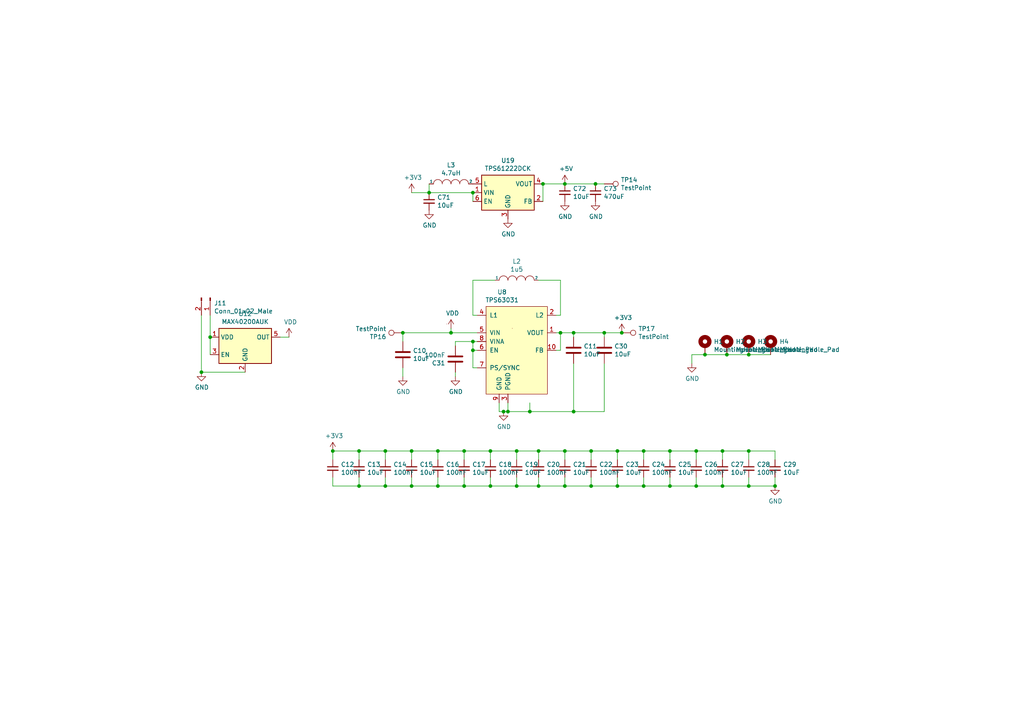
<source format=kicad_sch>
(kicad_sch (version 20211123) (generator eeschema)
  (paper "A4")
  (lib_symbols
    (symbol "Analog_Switch:MAX40200AUK"
      (property "Reference" "U" (at -6.35 6.35 0))
      (property "Value" "MAX40200AUK" (at 7.62 6.35 0))
      (symbol "MAX40200AUK_1_1"
        (rectangle (start -7.62 -5.08) (end 7.62 5.08) (stroke (width 0.254)) (fill (type background)))
        (pin power_in line (at -10.16 2.54 0) (length 2.54) (name "VDD") (number "1"))
        (pin power_in line (at 0 -7.62 90) (length 2.54) (name "GND") (number "2"))
        (pin input line (at -10.16 -2.54 0) (length 2.54) (name "EN") (number "3"))
        (pin no_connect line (at 7.62 -2.54 180) (length 2.54) hide (name "NC") (number "4"))
        (pin passive line (at 10.16 2.54 180) (length 2.54) (name "OUT") (number "5"))
      )
    )
    (symbol "Connector:Conn_01x02_Male" (pin_names (offset 1.016) hide)
      (property "Reference" "J" (at 0 2.54 0))
      (property "Value" "Conn_01x02_Male" (at 0 -5.08 0))
      (symbol "Conn_01x02_Male_1_1"
        (polyline (pts (xy 1.27 -2.54) (xy 0.8636 -2.54)) (stroke (width 0.1524)))
        (polyline (pts (xy 1.27 0) (xy 0.8636 0)) (stroke (width 0.1524)))
        (rectangle (start 0.8636 -2.413) (end 0 -2.667) (stroke (width 0.1524)) (fill (type outline)))
        (rectangle (start 0.8636 0.127) (end 0 -0.127) (stroke (width 0.1524)) (fill (type outline)))
        (pin passive line (at 5.08 0 180) (length 3.81) (name "Pin_1") (number "1"))
        (pin passive line (at 5.08 -2.54 180) (length 3.81) (name "Pin_2") (number "2"))
      )
    )
    (symbol "Connector:TestPoint" (pin_numbers hide) (pin_names (offset 0.762) hide)
      (property "Reference" "TP" (at 0 6.858 0))
      (property "Value" "TestPoint" (at 0 5.08 0))
      (symbol "TestPoint_0_1"
        (circle (center 0 3.302) (radius 0.762))
      )
      (symbol "TestPoint_1_1"
        (pin passive line (at 0 0 90) (length 2.54) (name "1") (number "1"))
      )
    )
    (symbol "Device:C" (pin_numbers hide) (pin_names (offset 0.254))
      (property "Reference" "C" (at 0.635 2.54 0))
      (property "Value" "C" (at 0.635 -2.54 0))
      (symbol "C_0_1"
        (polyline (pts (xy -2.032 -0.762) (xy 2.032 -0.762)) (stroke (width 0.508)))
        (polyline (pts (xy -2.032 0.762) (xy 2.032 0.762)) (stroke (width 0.508)))
      )
      (symbol "C_1_1"
        (pin passive line (at 0 3.81 270) (length 2.794) (name "~") (number "1"))
        (pin passive line (at 0 -3.81 90) (length 2.794) (name "~") (number "2"))
      )
    )
    (symbol "Device:C_Small" (pin_numbers hide) (pin_names (offset 0.254) hide)
      (property "Reference" "C" (at 0.254 1.778 0))
      (property "Value" "C_Small" (at 0.254 -2.032 0))
      (symbol "C_Small_0_1"
        (polyline (pts (xy -1.524 -0.508) (xy 1.524 -0.508)) (stroke (width 0.3302)))
        (polyline (pts (xy -1.524 0.508) (xy 1.524 0.508)) (stroke (width 0.3048)))
      )
      (symbol "C_Small_1_1"
        (pin passive line (at 0 2.54 270) (length 2.032) (name "~") (number "1"))
        (pin passive line (at 0 -2.54 90) (length 2.032) (name "~") (number "2"))
      )
    )
    (symbol "Mainboard-rescue:+3.3V-Mainboard-cache" (power) (pin_names (offset 0))
      (property "Value" "+3.3V-Mainboard-cache" (at 0 3.556 0))
      (symbol "+3.3V-Mainboard-cache_0_1"
        (polyline (pts (xy -0.762 1.27) (xy 0 2.54)))
        (polyline (pts (xy 0 0) (xy 0 2.54)))
        (polyline (pts (xy 0 2.54) (xy 0.762 1.27)))
      )
      (symbol "+3.3V-Mainboard-cache_1_1"
        (pin power_in line (at 0 0 90) (length 0) hide (name "+3V3") (number "1"))
      )
    )
    (symbol "Mainboard-rescue:TPS63031-iclr" (pin_names (offset 1.016))
      (property "Reference" "U" (at 0 15.24 0))
      (property "Value" "TPS63031-iclr" (at 0 15.24 0))
      (symbol "TPS63031-iclr_0_1"
        (rectangle (start -20.32 7.62) (end -20.32 7.62))
        (rectangle (start -8.89 12.7) (end 8.89 -12.7) (fill (type background)))
        (rectangle (start -1.27 6.35) (end -1.27 6.35))
      )
      (symbol "TPS63031-iclr_1_1"
        (pin output line (at 11.43 5.08 180) (length 2.54) (name "VOUT") (number "1"))
        (pin output line (at 11.43 0 180) (length 2.54) (name "FB") (number "10"))
        (pin unspecified line (at 11.43 10.16 180) (length 2.54) (name "L2") (number "2"))
        (pin output line (at -2.54 -15.24 90) (length 2.54) (name "PGND") (number "3"))
        (pin unspecified line (at -11.43 10.16 0) (length 2.54) (name "L1") (number "4"))
        (pin input line (at -11.43 5.08 0) (length 2.54) (name "VIN") (number "5"))
        (pin input line (at -11.43 0 0) (length 2.54) (name "EN") (number "6"))
        (pin input line (at -11.43 -5.08 0) (length 2.54) (name "PS/SYNC") (number "7"))
        (pin input line (at -11.43 2.54 0) (length 2.54) (name "VINA") (number "8"))
        (pin output line (at -5.08 -15.24 90) (length 2.54) (name "GND") (number "9"))
      )
    )
    (symbol "Mechanical:MountingHole_Pad" (pin_numbers hide) (pin_names (offset 1.016) hide)
      (property "Reference" "H" (at 0 6.35 0))
      (property "Value" "MountingHole_Pad" (at 0 4.445 0))
      (symbol "MountingHole_Pad_0_1"
        (circle (center 0 1.27) (radius 1.27) (stroke (width 1.27)))
      )
      (symbol "MountingHole_Pad_1_1"
        (pin input line (at 0 -2.54 90) (length 2.54) (name "1") (number "1"))
      )
    )
    (symbol "Regulator_Switching:TPS61222DCK"
      (property "Reference" "U" (at -7.62 6.35 0))
      (property "Value" "TPS61222DCK" (at 2.54 6.35 0))
      (symbol "TPS61222DCK_0_1"
        (rectangle (start -7.62 5.08) (end 7.62 -5.08) (stroke (width 0.254)) (fill (type background)))
      )
      (symbol "TPS61222DCK_1_1"
        (pin power_in line (at -10.16 0 0) (length 2.54) (name "VIN") (number "1"))
        (pin input line (at 10.16 -2.54 180) (length 2.54) (name "FB") (number "2"))
        (pin power_in line (at 0 -7.62 90) (length 2.54) (name "GND") (number "3"))
        (pin power_out line (at 10.16 2.54 180) (length 2.54) (name "VOUT") (number "4"))
        (pin power_in line (at -10.16 2.54 0) (length 2.54) (name "L") (number "5"))
        (pin input line (at -10.16 -2.54 0) (length 2.54) (name "EN") (number "6"))
      )
    )
    (symbol "analogue-cache:+3.3V" (power) (pin_names (offset 0))
      (property "Value" "+3.3V" (at 0 3.556 0))
      (symbol "+3.3V_0_1"
        (polyline (pts (xy -0.762 1.27) (xy 0 2.54)))
        (polyline (pts (xy 0 0) (xy 0 2.54)))
        (polyline (pts (xy 0 2.54) (xy 0.762 1.27)))
      )
      (symbol "+3.3V_1_1"
        (pin power_in line (at 0 0 90) (length 0) hide (name "+3V3") (number "1"))
      )
    )
    (symbol "power:+3V3" (power) (pin_names (offset 0))
      (property "Value" "+3V3" (at 0 3.556 0))
      (symbol "+3V3_0_1"
        (polyline (pts (xy -0.762 1.27) (xy 0 2.54)))
        (polyline (pts (xy 0 0) (xy 0 2.54)))
        (polyline (pts (xy 0 2.54) (xy 0.762 1.27)))
      )
      (symbol "+3V3_1_1"
        (pin power_in line (at 0 0 90) (length 0) hide (name "+3V3") (number "1"))
      )
    )
    (symbol "power:+5V" (power) (pin_names (offset 0))
      (property "Value" "+5V" (at 0 3.556 0))
      (symbol "+5V_0_1"
        (polyline (pts (xy -0.762 1.27) (xy 0 2.54)))
        (polyline (pts (xy 0 0) (xy 0 2.54)))
        (polyline (pts (xy 0 2.54) (xy 0.762 1.27)))
      )
      (symbol "+5V_1_1"
        (pin power_in line (at 0 0 90) (length 0) hide (name "+5V") (number "1"))
      )
    )
    (symbol "power:GND" (power) (pin_names (offset 0))
      (property "Value" "GND" (at 0 -3.81 0))
      (symbol "GND_0_1"
        (polyline (pts (xy 0 0) (xy 0 -1.27) (xy 1.27 -1.27) (xy 0 -2.54) (xy -1.27 -1.27) (xy 0 -1.27)))
      )
      (symbol "GND_1_1"
        (pin power_in line (at 0 0 270) (length 0) hide (name "GND") (number "1"))
      )
    )
    (symbol "power:VDD" (power) (pin_names (offset 0))
      (property "Value" "VDD" (at 0 3.81 0))
      (symbol "VDD_0_1"
        (polyline (pts (xy -0.762 1.27) (xy 0 2.54)))
        (polyline (pts (xy 0 0) (xy 0 2.54)))
        (polyline (pts (xy 0 2.54) (xy 0.762 1.27)))
      )
      (symbol "VDD_1_1"
        (pin power_in line (at 0 0 90) (length 0) hide (name "VDD") (number "1"))
      )
    )
    (symbol "pspice:INDUCTOR" (pin_numbers hide) (pin_names (offset 0))
      (property "Reference" "L" (at 0 2.54 0))
      (property "Value" "INDUCTOR" (at 0 -1.27 0))
      (symbol "INDUCTOR_0_1"
        (arc (start -2.54 0) (mid -3.81 1.27) (end -5.08 0))
        (arc (start 0 0) (mid -1.27 1.27) (end -2.54 0))
        (arc (start 2.54 0) (mid 1.27 1.27) (end 0 0))
        (arc (start 5.08 0) (mid 3.81 1.27) (end 2.54 0))
      )
      (symbol "INDUCTOR_1_1"
        (pin input line (at -6.35 0 0) (length 1.27) (name "1") (number "1"))
        (pin input line (at 6.35 0 180) (length 1.27) (name "2") (number "2"))
      )
    )
  )
  (junction (at 134.62 140.97))
  (junction (at 210.82 102.87))
  (junction (at 58.42 107.95))
  (junction (at 163.83 130.81))
  (junction (at 137.16 55.88))
  (junction (at 116.84 96.52))
  (junction (at 60.96 97.79))
  (junction (at 96.52 130.81))
  (junction (at 179.07 140.97))
  (junction (at 171.45 140.97))
  (junction (at 153.67 119.38))
  (junction (at 217.17 140.97))
  (junction (at 111.76 140.97))
  (junction (at 180.34 96.52))
  (junction (at 163.83 53.34))
  (junction (at 119.38 140.97))
  (junction (at 119.38 130.81))
  (junction (at 201.93 140.97))
  (junction (at 111.76 130.81))
  (junction (at 163.83 140.97))
  (junction (at 104.14 130.81))
  (junction (at 104.14 140.97))
  (junction (at 124.46 55.88))
  (junction (at 194.31 140.97))
  (junction (at 149.86 140.97))
  (junction (at 186.69 130.81))
  (junction (at 157.48 53.34))
  (junction (at 194.31 130.81))
  (junction (at 224.79 140.97))
  (junction (at 142.24 140.97))
  (junction (at 204.47 102.87))
  (junction (at 149.86 130.81))
  (junction (at 186.69 140.97))
  (junction (at 166.37 96.52))
  (junction (at 142.24 130.81))
  (junction (at 146.05 119.38))
  (junction (at 137.16 101.6))
  (junction (at 156.21 130.81))
  (junction (at 127 140.97))
  (junction (at 171.45 130.81))
  (junction (at 156.21 140.97))
  (junction (at 134.62 130.81))
  (junction (at 166.37 119.38))
  (junction (at 217.17 130.81))
  (junction (at 217.17 102.87))
  (junction (at 172.72 53.34))
  (junction (at 162.56 96.52))
  (junction (at 175.26 96.52))
  (junction (at 137.16 99.06))
  (junction (at 130.81 96.52))
  (junction (at 201.93 130.81))
  (junction (at 147.32 119.38))
  (junction (at 127 130.81))
  (junction (at 179.07 130.81))
  (junction (at 209.55 140.97))
  (junction (at 209.55 130.81))
  (wire (pts (xy 111.76 140.97) (xy 119.38 140.97)))
  (wire (pts (xy 132.08 109.22) (xy 132.08 107.95)))
  (wire (pts (xy 162.56 96.52) (xy 166.37 96.52)))
  (wire (pts (xy 138.43 99.06) (xy 137.16 99.06)))
  (wire (pts (xy 119.38 130.81) (xy 127 130.81)))
  (wire (pts (xy 144.78 119.38) (xy 146.05 119.38)))
  (wire (pts (xy 210.82 102.87) (xy 217.17 102.87)))
  (wire (pts (xy 175.26 97.79) (xy 175.26 96.52)))
  (wire (pts (xy 157.48 53.34) (xy 157.48 58.42)))
  (wire (pts (xy 171.45 130.81) (xy 179.07 130.81)))
  (wire (pts (xy 104.14 130.81) (xy 104.14 133.35)))
  (wire (pts (xy 96.52 130.81) (xy 104.14 130.81)))
  (wire (pts (xy 166.37 119.38) (xy 175.26 119.38)))
  (wire (pts (xy 209.55 140.97) (xy 217.17 140.97)))
  (wire (pts (xy 200.66 102.87) (xy 200.66 105.41)))
  (wire (pts (xy 194.31 140.97) (xy 194.31 138.43)))
  (wire (pts (xy 161.29 101.6) (xy 162.56 101.6)))
  (wire (pts (xy 186.69 140.97) (xy 194.31 140.97)))
  (wire (pts (xy 124.46 53.34) (xy 124.46 55.88)))
  (wire (pts (xy 179.07 130.81) (xy 186.69 130.81)))
  (wire (pts (xy 153.67 116.84) (xy 153.67 119.38)))
  (wire (pts (xy 166.37 96.52) (xy 175.26 96.52)))
  (wire (pts (xy 163.83 130.81) (xy 163.83 133.35)))
  (wire (pts (xy 111.76 138.43) (xy 111.76 140.97)))
  (wire (pts (xy 132.08 100.33) (xy 132.08 99.06)))
  (wire (pts (xy 171.45 140.97) (xy 179.07 140.97)))
  (wire (pts (xy 119.38 130.81) (xy 119.38 133.35)))
  (wire (pts (xy 166.37 105.41) (xy 166.37 119.38)))
  (wire (pts (xy 137.16 101.6) (xy 138.43 101.6)))
  (wire (pts (xy 224.79 130.81) (xy 224.79 133.35)))
  (wire (pts (xy 153.67 119.38) (xy 166.37 119.38)))
  (wire (pts (xy 194.31 130.81) (xy 194.31 133.35)))
  (wire (pts (xy 179.07 140.97) (xy 186.69 140.97)))
  (wire (pts (xy 217.17 138.43) (xy 217.17 140.97)))
  (wire (pts (xy 119.38 140.97) (xy 119.38 138.43)))
  (wire (pts (xy 134.62 140.97) (xy 134.62 138.43)))
  (wire (pts (xy 132.08 99.06) (xy 137.16 99.06)))
  (wire (pts (xy 161.29 96.52) (xy 162.56 96.52)))
  (wire (pts (xy 163.83 140.97) (xy 171.45 140.97)))
  (wire (pts (xy 149.86 140.97) (xy 149.86 138.43)))
  (wire (pts (xy 156.21 130.81) (xy 163.83 130.81)))
  (wire (pts (xy 163.83 130.81) (xy 171.45 130.81)))
  (wire (pts (xy 58.42 91.44) (xy 58.42 107.95)))
  (wire (pts (xy 127 133.35) (xy 127 130.81)))
  (wire (pts (xy 217.17 102.87) (xy 223.52 102.87)))
  (wire (pts (xy 142.24 133.35) (xy 142.24 130.81)))
  (wire (pts (xy 179.07 130.81) (xy 179.07 133.35)))
  (wire (pts (xy 116.84 96.52) (xy 130.81 96.52)))
  (wire (pts (xy 163.83 140.97) (xy 163.83 138.43)))
  (wire (pts (xy 201.93 138.43) (xy 201.93 140.97)))
  (wire (pts (xy 137.16 81.28) (xy 137.16 91.44)))
  (wire (pts (xy 127 140.97) (xy 134.62 140.97)))
  (wire (pts (xy 156.21 138.43) (xy 156.21 140.97)))
  (wire (pts (xy 217.17 140.97) (xy 224.79 140.97)))
  (wire (pts (xy 194.31 140.97) (xy 201.93 140.97)))
  (wire (pts (xy 209.55 130.81) (xy 217.17 130.81)))
  (wire (pts (xy 149.86 130.81) (xy 156.21 130.81)))
  (wire (pts (xy 127 130.81) (xy 134.62 130.81)))
  (wire (pts (xy 60.96 97.79) (xy 60.96 102.87)))
  (wire (pts (xy 175.26 119.38) (xy 175.26 105.41)))
  (wire (pts (xy 60.96 91.44) (xy 60.96 97.79)))
  (wire (pts (xy 142.24 138.43) (xy 142.24 140.97)))
  (wire (pts (xy 58.42 107.95) (xy 71.12 107.95)))
  (wire (pts (xy 127 138.43) (xy 127 140.97)))
  (wire (pts (xy 217.17 133.35) (xy 217.17 130.81)))
  (wire (pts (xy 162.56 81.28) (xy 156.21 81.28)))
  (wire (pts (xy 124.46 55.88) (xy 119.38 55.88)))
  (wire (pts (xy 137.16 101.6) (xy 137.16 106.68)))
  (wire (pts (xy 201.93 133.35) (xy 201.93 130.81)))
  (wire (pts (xy 162.56 91.44) (xy 162.56 81.28)))
  (wire (pts (xy 201.93 130.81) (xy 209.55 130.81)))
  (wire (pts (xy 130.81 95.25) (xy 130.81 96.52)))
  (wire (pts (xy 96.52 140.97) (xy 104.14 140.97)))
  (wire (pts (xy 104.14 140.97) (xy 111.76 140.97)))
  (wire (pts (xy 137.16 58.42) (xy 137.16 55.88)))
  (wire (pts (xy 201.93 140.97) (xy 209.55 140.97)))
  (wire (pts (xy 83.82 97.79) (xy 81.28 97.79)))
  (wire (pts (xy 149.86 140.97) (xy 156.21 140.97)))
  (wire (pts (xy 204.47 102.87) (xy 210.82 102.87)))
  (wire (pts (xy 116.84 106.68) (xy 116.84 109.22)))
  (wire (pts (xy 134.62 140.97) (xy 142.24 140.97)))
  (wire (pts (xy 171.45 133.35) (xy 171.45 130.81)))
  (wire (pts (xy 147.32 119.38) (xy 147.32 116.84)))
  (wire (pts (xy 175.26 53.34) (xy 172.72 53.34)))
  (wire (pts (xy 137.16 106.68) (xy 138.43 106.68)))
  (wire (pts (xy 104.14 130.81) (xy 111.76 130.81)))
  (wire (pts (xy 116.84 99.06) (xy 116.84 96.52)))
  (wire (pts (xy 134.62 130.81) (xy 142.24 130.81)))
  (wire (pts (xy 147.32 119.38) (xy 153.67 119.38)))
  (wire (pts (xy 96.52 133.35) (xy 96.52 130.81)))
  (wire (pts (xy 209.55 138.43) (xy 209.55 140.97)))
  (wire (pts (xy 156.21 140.97) (xy 163.83 140.97)))
  (wire (pts (xy 144.78 116.84) (xy 144.78 119.38)))
  (wire (pts (xy 186.69 133.35) (xy 186.69 130.81)))
  (wire (pts (xy 143.51 81.28) (xy 137.16 81.28)))
  (wire (pts (xy 104.14 140.97) (xy 104.14 138.43)))
  (wire (pts (xy 137.16 91.44) (xy 138.43 91.44)))
  (wire (pts (xy 142.24 140.97) (xy 149.86 140.97)))
  (wire (pts (xy 137.16 55.88) (xy 124.46 55.88)))
  (wire (pts (xy 96.52 138.43) (xy 96.52 140.97)))
  (wire (pts (xy 146.05 119.38) (xy 147.32 119.38)))
  (wire (pts (xy 156.21 133.35) (xy 156.21 130.81)))
  (wire (pts (xy 130.81 96.52) (xy 138.43 96.52)))
  (wire (pts (xy 224.79 140.97) (xy 224.79 138.43)))
  (wire (pts (xy 111.76 130.81) (xy 119.38 130.81)))
  (wire (pts (xy 194.31 130.81) (xy 201.93 130.81)))
  (wire (pts (xy 171.45 138.43) (xy 171.45 140.97)))
  (wire (pts (xy 186.69 130.81) (xy 194.31 130.81)))
  (wire (pts (xy 137.16 99.06) (xy 137.16 101.6)))
  (wire (pts (xy 157.48 53.34) (xy 163.83 53.34)))
  (wire (pts (xy 186.69 138.43) (xy 186.69 140.97)))
  (wire (pts (xy 134.62 130.81) (xy 134.62 133.35)))
  (wire (pts (xy 179.07 140.97) (xy 179.07 138.43)))
  (wire (pts (xy 119.38 140.97) (xy 127 140.97)))
  (wire (pts (xy 204.47 102.87) (xy 200.66 102.87)))
  (wire (pts (xy 142.24 130.81) (xy 149.86 130.81)))
  (wire (pts (xy 209.55 133.35) (xy 209.55 130.81)))
  (wire (pts (xy 111.76 133.35) (xy 111.76 130.81)))
  (wire (pts (xy 161.29 91.44) (xy 162.56 91.44)))
  (wire (pts (xy 175.26 96.52) (xy 180.34 96.52)))
  (wire (pts (xy 162.56 101.6) (xy 162.56 96.52)))
  (wire (pts (xy 217.17 130.81) (xy 224.79 130.81)))
  (wire (pts (xy 149.86 130.81) (xy 149.86 133.35)))
  (wire (pts (xy 166.37 96.52) (xy 166.37 97.79)))
  (wire (pts (xy 163.83 53.34) (xy 172.72 53.34)))
  (symbol (lib_id "pspice:INDUCTOR") (at 149.86 81.28 0) (unit 1)
    (property "Reference" "L2" (at 149.86 75.819 0))
    (property "Value" "1u5" (at 149.86 78.1304 0))
    (property "Footprint" "Inductor_SMD:L_Taiyo-Yuden_NR-30xx" (effects hide))
  )
  (symbol (lib_id "power:+3V3") (at 180.34 96.52 0) (unit 1)
    (property "Reference" "#PWR052" (effects hide))
    (property "Value" "+3V3" (at 180.721 92.1258 0))
  )
  (symbol (lib_id "Device:C") (at 166.37 101.6 0) (unit 1)
    (property "Reference" "C11" (at 169.291 100.4316 0) (effects (justify left)))
    (property "Value" "10uF" (at 169.291 102.743 0) (effects (justify left)))
    (property "Footprint" "Capacitor_SMD:C_0603_1608Metric" (effects hide))
  )
  (symbol (lib_id "power:GND") (at 146.05 119.38 0) (unit 1)
    (property "Reference" "#PWR051" (effects hide))
    (property "Value" "GND" (at 146.177 123.7742 0))
  )
  (symbol (lib_id "power:GND") (at 116.84 109.22 0) (unit 1)
    (property "Reference" "#PWR050" (effects hide))
    (property "Value" "GND" (at 116.967 113.6142 0))
  )
  (symbol (lib_id "power:VDD") (at 130.81 95.25 0) (unit 1)
    (property "Reference" "#PWR049" (effects hide))
    (property "Value" "VDD" (at 131.2418 90.8558 0))
  )
  (symbol (lib_id "Device:C") (at 116.84 102.87 0) (unit 1)
    (property "Reference" "C10" (at 119.761 101.7016 0) (effects (justify left)))
    (property "Value" "10uF" (at 119.761 104.013 0) (effects (justify left)))
    (property "Footprint" "Capacitor_SMD:C_0603_1608Metric" (effects hide))
  )
  (symbol (lib_id "Mainboard-rescue:TPS63031-iclr") (at 149.86 101.6 0) (unit 1)
    (property "Reference" "U8" (at 145.6182 84.709 0))
    (property "Value" "TPS63031" (at 145.6182 87.0204 0))
    (property "Footprint" "iclr-hw:VSON-10-1EP_2.5x2.5mm_Pitch0.5mm_ThermalPad" (effects hide))
  )
  (symbol (lib_id "Connector:Conn_01x02_Male") (at 60.96 86.36 270) (unit 1)
    (property "Reference" "J11" (at 62.0776 87.9348 90) (effects (justify left)))
    (property "Value" "Conn_01x02_Male" (at 62.0776 90.2462 90) (effects (justify left)))
    (property "Footprint" "Connector_JST:JST_PH_S2B-PH-K_1x02_P2.00mm_Horizontal" (effects hide))
  )
  (symbol (lib_id "power:GND") (at 58.42 107.95 0) (unit 1)
    (property "Reference" "#PWR059" (effects hide))
    (property "Value" "GND" (at 58.547 112.3442 0))
  )
  (symbol (lib_id "Device:C_Small") (at 104.14 135.89 0)
    (property "Reference" "C13" (at 106.4768 134.7216 0) (effects (justify left)))
    (property "Value" "10uF" (at 106.4768 137.033 0) (effects (justify left)))
    (property "Footprint" "Capacitor_SMD:C_0603_1608Metric" (effects hide))
  )
  (symbol (lib_id "Device:C_Small") (at 96.52 135.89 0)
    (property "Reference" "C12" (at 98.8568 134.7216 0) (effects (justify left)))
    (property "Value" "100nF" (at 98.8568 137.033 0) (effects (justify left)))
    (property "Footprint" "Capacitor_SMD:C_0603_1608Metric" (effects hide))
  )
  (symbol (lib_id "Device:C_Small") (at 119.38 135.89 0)
    (property "Reference" "C15" (at 121.7168 134.7216 0) (effects (justify left)))
    (property "Value" "10uF" (at 121.7168 137.033 0) (effects (justify left)))
    (property "Footprint" "Capacitor_SMD:C_0603_1608Metric" (effects hide))
  )
  (symbol (lib_id "Device:C_Small") (at 111.76 135.89 0)
    (property "Reference" "C14" (at 114.0968 134.7216 0) (effects (justify left)))
    (property "Value" "100nF" (at 114.0968 137.033 0) (effects (justify left)))
    (property "Footprint" "Capacitor_SMD:C_0603_1608Metric" (effects hide))
  )
  (symbol (lib_id "Device:C_Small") (at 134.62 135.89 0)
    (property "Reference" "C17" (at 136.9568 134.7216 0) (effects (justify left)))
    (property "Value" "10uF" (at 136.9568 137.033 0) (effects (justify left)))
    (property "Footprint" "Capacitor_SMD:C_0603_1608Metric" (effects hide))
  )
  (symbol (lib_id "Device:C_Small") (at 127 135.89 0)
    (property "Reference" "C16" (at 129.3368 134.7216 0) (effects (justify left)))
    (property "Value" "100nF" (at 129.3368 137.033 0) (effects (justify left)))
    (property "Footprint" "Capacitor_SMD:C_0603_1608Metric" (effects hide))
  )
  (symbol (lib_id "Device:C_Small") (at 149.86 135.89 0)
    (property "Reference" "C19" (at 152.1968 134.7216 0) (effects (justify left)))
    (property "Value" "10uF" (at 152.1968 137.033 0) (effects (justify left)))
    (property "Footprint" "Capacitor_SMD:C_0603_1608Metric" (effects hide))
  )
  (symbol (lib_id "Device:C_Small") (at 142.24 135.89 0)
    (property "Reference" "C18" (at 144.5768 134.7216 0) (effects (justify left)))
    (property "Value" "100nF" (at 144.5768 137.033 0) (effects (justify left)))
    (property "Footprint" "Capacitor_SMD:C_0603_1608Metric" (effects hide))
  )
  (symbol (lib_id "Device:C_Small") (at 163.83 135.89 0)
    (property "Reference" "C21" (at 166.1668 134.7216 0) (effects (justify left)))
    (property "Value" "10uF" (at 166.1668 137.033 0) (effects (justify left)))
    (property "Footprint" "Capacitor_SMD:C_0603_1608Metric" (effects hide))
  )
  (symbol (lib_id "Device:C_Small") (at 156.21 135.89 0)
    (property "Reference" "C20" (at 158.5468 134.7216 0) (effects (justify left)))
    (property "Value" "100nF" (at 158.5468 137.033 0) (effects (justify left)))
    (property "Footprint" "Capacitor_SMD:C_0603_1608Metric" (effects hide))
  )
  (symbol (lib_id "Device:C_Small") (at 179.07 135.89 0)
    (property "Reference" "C23" (at 181.4068 134.7216 0) (effects (justify left)))
    (property "Value" "10uF" (at 181.4068 137.033 0) (effects (justify left)))
    (property "Footprint" "Capacitor_SMD:C_0603_1608Metric" (effects hide))
  )
  (symbol (lib_id "Device:C_Small") (at 171.45 135.89 0)
    (property "Reference" "C22" (at 173.7868 134.7216 0) (effects (justify left)))
    (property "Value" "100nF" (at 173.7868 137.033 0) (effects (justify left)))
    (property "Footprint" "Capacitor_SMD:C_0603_1608Metric" (effects hide))
  )
  (symbol (lib_id "Device:C_Small") (at 194.31 135.89 0)
    (property "Reference" "C25" (at 196.6468 134.7216 0) (effects (justify left)))
    (property "Value" "10uF" (at 196.6468 137.033 0) (effects (justify left)))
    (property "Footprint" "Capacitor_SMD:C_0603_1608Metric" (effects hide))
  )
  (symbol (lib_id "Device:C_Small") (at 186.69 135.89 0)
    (property "Reference" "C24" (at 189.0268 134.7216 0) (effects (justify left)))
    (property "Value" "100nF" (at 189.0268 137.033 0) (effects (justify left)))
    (property "Footprint" "Capacitor_SMD:C_0603_1608Metric" (effects hide))
  )
  (symbol (lib_id "Device:C_Small") (at 209.55 135.89 0)
    (property "Reference" "C27" (at 211.8868 134.7216 0) (effects (justify left)))
    (property "Value" "10uF" (at 211.8868 137.033 0) (effects (justify left)))
    (property "Footprint" "Capacitor_SMD:C_0603_1608Metric" (effects hide))
  )
  (symbol (lib_id "Device:C_Small") (at 201.93 135.89 0)
    (property "Reference" "C26" (at 204.2668 134.7216 0) (effects (justify left)))
    (property "Value" "100nF" (at 204.2668 137.033 0) (effects (justify left)))
    (property "Footprint" "Capacitor_SMD:C_0603_1608Metric" (effects hide))
  )
  (symbol (lib_id "Device:C_Small") (at 224.79 135.89 0)
    (property "Reference" "C29" (at 227.1268 134.7216 0) (effects (justify left)))
    (property "Value" "10uF" (at 227.1268 137.033 0) (effects (justify left)))
    (property "Footprint" "Capacitor_SMD:C_0603_1608Metric" (effects hide))
  )
  (symbol (lib_id "Device:C_Small") (at 217.17 135.89 0)
    (property "Reference" "C28" (at 219.5068 134.7216 0) (effects (justify left)))
    (property "Value" "100nF" (at 219.5068 137.033 0) (effects (justify left)))
    (property "Footprint" "Capacitor_SMD:C_0603_1608Metric" (effects hide))
  )
  (symbol (lib_id "Mechanical:MountingHole_Pad") (at 210.82 100.33 0) (unit 1)
    (property "Reference" "H2" (at 213.36 99.0854 0) (effects (justify left)))
    (property "Value" "MountingHole_Pad" (at 213.36 101.3968 0) (effects (justify left)))
    (property "Footprint" "MountingHole:MountingHole_3.2mm_M3_DIN965_Pad" (effects hide))
  )
  (symbol (lib_id "Mechanical:MountingHole_Pad") (at 204.47 100.33 0) (unit 1)
    (property "Reference" "H1" (at 207.01 99.0854 0) (effects (justify left)))
    (property "Value" "MountingHole_Pad" (at 207.01 101.3968 0) (effects (justify left)))
    (property "Footprint" "MountingHole:MountingHole_3.2mm_M3_DIN965_Pad" (effects hide))
  )
  (symbol (lib_id "Mechanical:MountingHole_Pad") (at 217.17 100.33 0) (unit 1)
    (property "Reference" "H3" (at 219.71 99.0854 0) (effects (justify left)))
    (property "Value" "MountingHole_Pad" (at 219.71 101.3968 0) (effects (justify left)))
    (property "Footprint" "MountingHole:MountingHole_3.2mm_M3_DIN965_Pad" (effects hide))
  )
  (symbol (lib_id "Mechanical:MountingHole_Pad") (at 223.52 100.33 0) (unit 1)
    (property "Reference" "H4" (at 226.06 99.0854 0) (effects (justify left)))
    (property "Value" "MountingHole_Pad" (at 226.06 101.3968 0) (effects (justify left)))
    (property "Footprint" "MountingHole:MountingHole_3.2mm_M3_DIN965_Pad" (effects hide))
  )
  (symbol (lib_id "power:GND") (at 200.66 105.41 0) (unit 1)
    (property "Reference" "#PWR027" (effects hide))
    (property "Value" "GND" (at 200.787 109.8042 0))
  )
  (symbol (lib_id "Device:C") (at 175.26 101.6 0) (unit 1)
    (property "Reference" "C30" (at 178.181 100.4316 0) (effects (justify left)))
    (property "Value" "10uF" (at 178.181 102.743 0) (effects (justify left)))
    (property "Footprint" "Capacitor_SMD:C_0603_1608Metric" (effects hide))
  )
  (symbol (lib_id "Device:C") (at 132.08 104.14 180) (unit 1)
    (property "Reference" "C31" (at 129.159 105.3084 0) (effects (justify left)))
    (property "Value" "100nF" (at 129.159 102.997 0) (effects (justify left)))
    (property "Footprint" "Capacitor_SMD:C_0603_1608Metric" (effects hide))
  )
  (symbol (lib_id "power:GND") (at 132.08 109.22 0) (unit 1)
    (property "Reference" "#PWR0109" (effects hide))
    (property "Value" "GND" (at 132.207 113.6142 0))
  )
  (symbol (lib_id "Connector:TestPoint") (at 116.84 96.52 90)
    (property "Reference" "TP16" (at 112.0648 97.6884 90) (effects (justify left)))
    (property "Value" "TestPoint" (at 112.0648 95.377 90) (effects (justify left)))
    (property "Footprint" "TestPoint:TestPoint_Pad_D1.0mm" (effects hide))
  )
  (symbol (lib_id "Connector:TestPoint") (at 180.34 96.52 270)
    (property "Reference" "TP17" (at 185.1152 95.3516 90) (effects (justify left)))
    (property "Value" "TestPoint" (at 185.1152 97.663 90) (effects (justify left)))
    (property "Footprint" "TestPoint:TestPoint_Pad_D1.0mm" (effects hide))
  )
  (symbol (lib_id "Mainboard-rescue:+3.3V-Mainboard-cache") (at 96.52 130.81 0)
    (property "Reference" "#PWR0106" (effects hide))
    (property "Value" "+3.3V" (at 96.901 126.4158 0))
  )
  (symbol (lib_id "power:GND") (at 224.79 140.97 0) (unit 1)
    (property "Reference" "#PWR0107" (effects hide))
    (property "Value" "GND" (at 224.917 145.3642 0))
  )
  (symbol (lib_id "Analog_Switch:MAX40200AUK") (at 71.12 100.33 0) (unit 1)
    (property "Reference" "U12" (at 71.12 91.0082 0))
    (property "Value" "MAX40200AUK" (at 71.12 93.3196 0))
    (property "Footprint" "Package_TO_SOT_SMD:SOT-23-5" (effects hide))
    (property "Datasheet" "https://datasheets.maximintegrated.com/en/ds/MAX40200.pdf" (effects hide))
  )
  (symbol (lib_id "power:VDD") (at 83.82 97.79 0) (unit 1)
    (property "Reference" "#PWR054" (effects hide))
    (property "Value" "VDD" (at 84.2518 93.3958 0))
  )
  (symbol (lib_id "Regulator_Switching:TPS61222DCK") (at 147.32 55.88 0) (unit 1)
    (property "Reference" "U19" (at 147.32 46.5582 0))
    (property "Value" "TPS61222DCK" (at 147.32 48.8696 0))
    (property "Footprint" "Package_TO_SOT_SMD:Texas_R-PDSO-G6" (effects hide))
    (property "Datasheet" "http://www.ti.com/lit/ds/symlink/tps61220.pdf" (effects hide))
  )
  (symbol (lib_id "pspice:INDUCTOR") (at 130.81 53.34 0) (unit 1)
    (property "Reference" "L3" (at 130.81 47.879 0))
    (property "Value" "4.7uH" (at 130.81 50.1904 0))
  )
  (symbol (lib_id "Device:C_Small") (at 124.46 58.42 0) (unit 1)
    (property "Reference" "C71" (at 126.7968 57.2516 0) (effects (justify left)))
    (property "Value" "10uF" (at 126.7968 59.563 0) (effects (justify left)))
    (property "Footprint" "Capacitor_SMD:C_0603_1608Metric" (effects hide))
  )
  (symbol (lib_id "power:GND") (at 124.46 60.96 0) (unit 1)
    (property "Reference" "#PWR0134" (effects hide))
    (property "Value" "GND" (at 124.587 65.3542 0))
  )
  (symbol (lib_id "power:GND") (at 147.32 63.5 0) (unit 1)
    (property "Reference" "#PWR0135" (effects hide))
    (property "Value" "GND" (at 147.447 67.8942 0))
  )
  (symbol (lib_id "power:+5V") (at 163.83 53.34 0) (unit 1)
    (property "Reference" "#PWR0136" (effects hide))
    (property "Value" "+5V" (at 164.211 48.9458 0))
  )
  (symbol (lib_id "Connector:TestPoint") (at 175.26 53.34 270) (unit 1)
    (property "Reference" "TP14" (at 180.0352 52.1716 90) (effects (justify left)))
    (property "Value" "TestPoint" (at 180.0352 54.483 90) (effects (justify left)))
    (property "Footprint" "TestPoint:TestPoint_Pad_D1.0mm" (effects hide))
  )
  (symbol (lib_id "analogue-cache:+3.3V") (at 119.38 55.88 0) (unit 1)
    (property "Reference" "#PWR0133" (effects hide))
    (property "Value" "+3.3V" (at 119.761 51.4858 0))
  )
  (symbol (lib_id "Device:C_Small") (at 163.83 55.88 0) (unit 1)
    (property "Reference" "C72" (at 166.1668 54.7116 0) (effects (justify left)))
    (property "Value" "10uF" (at 166.1668 57.023 0) (effects (justify left)))
    (property "Footprint" "Capacitor_SMD:C_0603_1608Metric" (effects hide))
  )
  (symbol (lib_id "power:GND") (at 163.83 58.42 0) (unit 1)
    (property "Reference" "#PWR0137" (effects hide))
    (property "Value" "GND" (at 163.957 62.8142 0))
  )
  (symbol (lib_id "Device:C_Small") (at 172.72 55.88 0) (unit 1)
    (property "Reference" "C73" (at 175.0568 54.7116 0) (effects (justify left)))
    (property "Value" "470uF" (at 175.0568 57.023 0) (effects (justify left)))
    (property "Footprint" "Capacitor_SMD:C_0603_1608Metric" (effects hide))
  )
  (symbol (lib_id "power:GND") (at 172.72 58.42 0) (unit 1)
    (property "Reference" "#PWR0138" (effects hide))
    (property "Value" "GND" (at 172.847 62.8142 0))
  )
)
</source>
